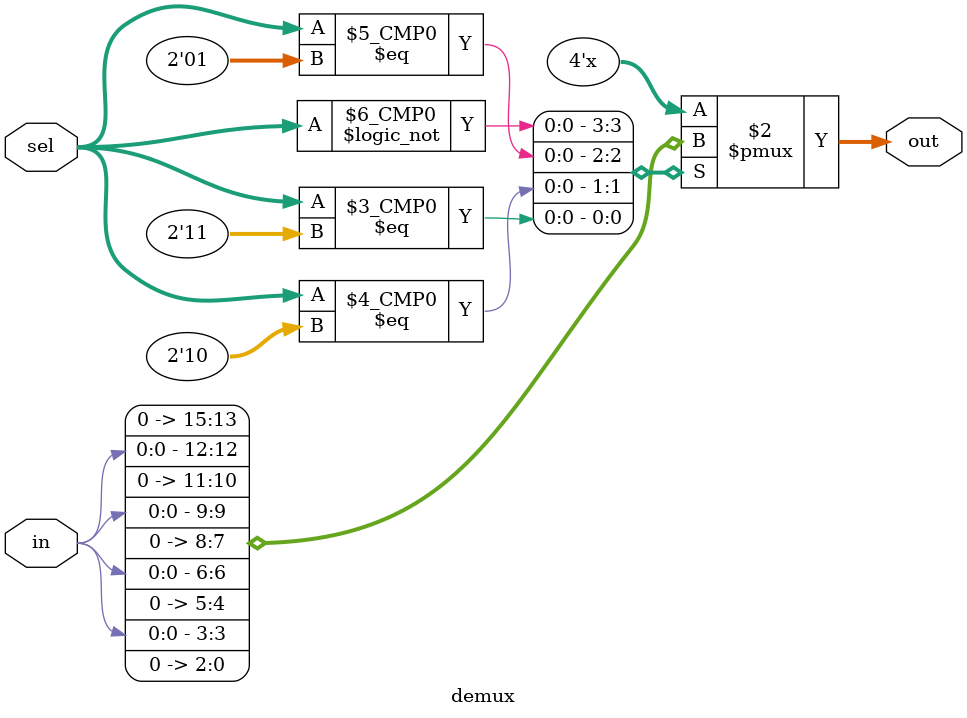
<source format=v>
module demux (
    input in,            
    input [1:0] sel,     
    output reg [3:0] out 
);

    always @(in or sel) begin
        case (sel)
            2'b00: out = {3'b000, in}; 
            2'b01: out = {2'b00, in, 1'b0}; 
            2'b10: out = {1'b0, in, 2'b00}; 
            2'b11: out = {in, 3'b000};
            default: out = 4'b0000; 
        endcase
    end
endmodule
</source>
